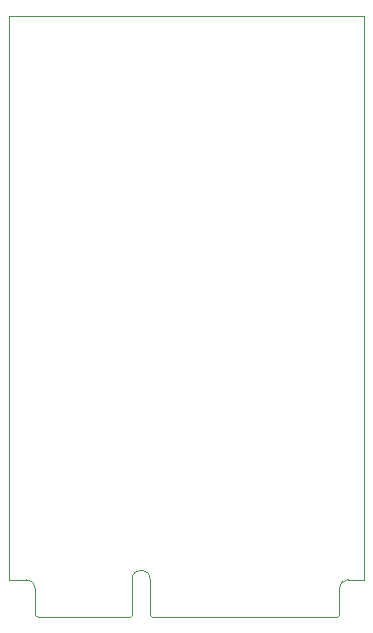
<source format=gbr>
%TF.GenerationSoftware,KiCad,Pcbnew,9.0.3*%
%TF.CreationDate,2025-08-29T17:45:50+02:00*%
%TF.ProjectId,RadioHAT_Card_Dorji,52616469-6f48-4415-945f-436172645f44,rev?*%
%TF.SameCoordinates,Original*%
%TF.FileFunction,Profile,NP*%
%FSLAX46Y46*%
G04 Gerber Fmt 4.6, Leading zero omitted, Abs format (unit mm)*
G04 Created by KiCad (PCBNEW 9.0.3) date 2025-08-29 17:45:50*
%MOMM*%
%LPD*%
G01*
G04 APERTURE LIST*
%TA.AperFunction,Profile*%
%ADD10C,0.100000*%
%TD*%
G04 APERTURE END LIST*
D10*
%TO.C,J1*%
X117800000Y-69050000D02*
X117800000Y-116800000D01*
X117800000Y-116800000D02*
X119200000Y-116800000D01*
X120000000Y-117600000D02*
X120000000Y-119800000D01*
X120000000Y-119800000D02*
X120200000Y-120000000D01*
X120200000Y-120000000D02*
X128000000Y-120000000D01*
X128000000Y-120000000D02*
X128200000Y-119800000D01*
X128200000Y-119800000D02*
X128200000Y-116750000D01*
X129700000Y-119800000D02*
X129700000Y-116750000D01*
X129700000Y-119800000D02*
X129900000Y-120000000D01*
X129900000Y-120000000D02*
X145500000Y-120000000D01*
X145500000Y-120000000D02*
X145700000Y-119800000D01*
X145700000Y-119800000D02*
X145700000Y-117600000D01*
X146500000Y-116800000D02*
X147800000Y-116800000D01*
X147800000Y-69050000D02*
X117800000Y-69050000D01*
X147800000Y-69050000D02*
X147800000Y-116800000D01*
X119200000Y-116800000D02*
G75*
G02*
X120000000Y-117600000I-1J-800001D01*
G01*
X128200000Y-116750000D02*
G75*
G02*
X129700000Y-116750000I750000J0D01*
G01*
X145700000Y-117600000D02*
G75*
G02*
X146500000Y-116800000I800000J0D01*
G01*
%TD*%
M02*

</source>
